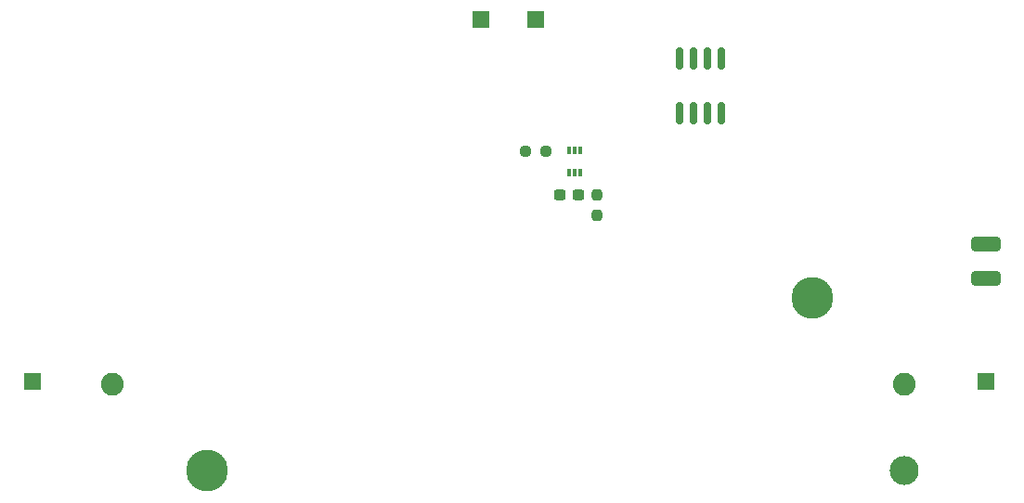
<source format=gts>
%TF.GenerationSoftware,KiCad,Pcbnew,(6.0.7)*%
%TF.CreationDate,2022-08-26T02:07:21+09:00*%
%TF.ProjectId,CellProtection_S82M1A,43656c6c-5072-46f7-9465-6374696f6e5f,rev?*%
%TF.SameCoordinates,Original*%
%TF.FileFunction,Soldermask,Top*%
%TF.FilePolarity,Negative*%
%FSLAX46Y46*%
G04 Gerber Fmt 4.6, Leading zero omitted, Abs format (unit mm)*
G04 Created by KiCad (PCBNEW (6.0.7)) date 2022-08-26 02:07:21*
%MOMM*%
%LPD*%
G01*
G04 APERTURE LIST*
G04 Aperture macros list*
%AMRoundRect*
0 Rectangle with rounded corners*
0 $1 Rounding radius*
0 $2 $3 $4 $5 $6 $7 $8 $9 X,Y pos of 4 corners*
0 Add a 4 corners polygon primitive as box body*
4,1,4,$2,$3,$4,$5,$6,$7,$8,$9,$2,$3,0*
0 Add four circle primitives for the rounded corners*
1,1,$1+$1,$2,$3*
1,1,$1+$1,$4,$5*
1,1,$1+$1,$6,$7*
1,1,$1+$1,$8,$9*
0 Add four rect primitives between the rounded corners*
20,1,$1+$1,$2,$3,$4,$5,0*
20,1,$1+$1,$4,$5,$6,$7,0*
20,1,$1+$1,$6,$7,$8,$9,0*
20,1,$1+$1,$8,$9,$2,$3,0*%
G04 Aperture macros list end*
%ADD10R,0.300000X0.660000*%
%ADD11R,0.300000X0.680000*%
%ADD12RoundRect,0.237500X-0.237500X0.250000X-0.237500X-0.250000X0.237500X-0.250000X0.237500X0.250000X0*%
%ADD13RoundRect,0.150000X-0.150000X0.825000X-0.150000X-0.825000X0.150000X-0.825000X0.150000X0.825000X0*%
%ADD14C,3.810000*%
%ADD15C,2.641600*%
%ADD16C,2.082800*%
%ADD17R,1.500000X1.500000*%
%ADD18RoundRect,0.237500X0.300000X0.237500X-0.300000X0.237500X-0.300000X-0.237500X0.300000X-0.237500X0*%
%ADD19RoundRect,0.250000X-1.075000X0.400000X-1.075000X-0.400000X1.075000X-0.400000X1.075000X0.400000X0*%
%ADD20RoundRect,0.237500X0.250000X0.237500X-0.250000X0.237500X-0.250000X-0.237500X0.250000X-0.237500X0*%
G04 APERTURE END LIST*
D10*
%TO.C,U1*%
X151500000Y-80930000D03*
X151000000Y-80930000D03*
X150500000Y-80930000D03*
D11*
X150500000Y-82960000D03*
X151000000Y-82960000D03*
X151500000Y-82960000D03*
%TD*%
D12*
%TO.C,R2*%
X153100000Y-84987500D03*
X153100000Y-86812500D03*
%TD*%
D13*
%TO.C,Q1*%
X164405000Y-72525000D03*
X163135000Y-72525000D03*
X161865000Y-72525000D03*
X160595000Y-72525000D03*
X160595000Y-77475000D03*
X161865000Y-77475000D03*
X163135000Y-77475000D03*
X164405000Y-77475000D03*
%TD*%
D14*
%TO.C,BT1*%
X172730350Y-94326000D03*
X117485350Y-110074000D03*
D15*
X181112350Y-110074000D03*
D16*
X108849350Y-102200000D03*
X181112350Y-102200000D03*
%TD*%
D17*
%TO.C,TP4*%
X147500000Y-69000000D03*
%TD*%
D18*
%TO.C,C1*%
X151362500Y-85000000D03*
X149637500Y-85000000D03*
%TD*%
D17*
%TO.C,TP2*%
X188500000Y-102000000D03*
%TD*%
%TO.C,TP3*%
X142500000Y-69000000D03*
%TD*%
D19*
%TO.C,R3*%
X188500000Y-89450000D03*
X188500000Y-92550000D03*
%TD*%
D20*
%TO.C,R1*%
X148412500Y-81000000D03*
X146587500Y-81000000D03*
%TD*%
D17*
%TO.C,TP1*%
X101600000Y-102000000D03*
%TD*%
M02*

</source>
